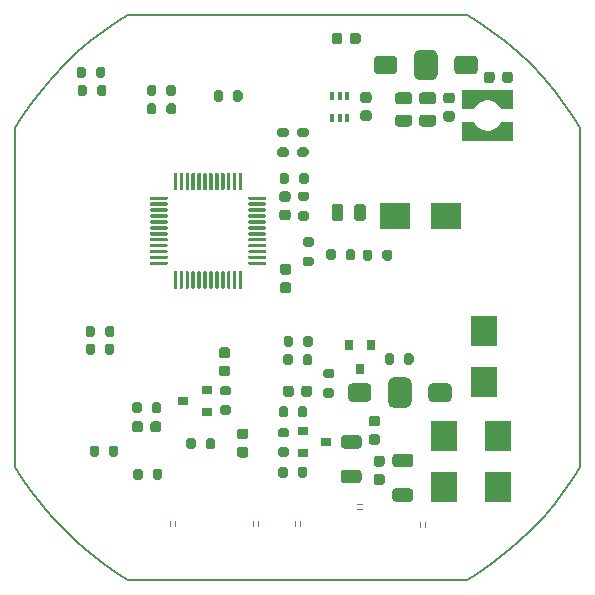
<source format=gbr>
G04 #@! TF.GenerationSoftware,KiCad,Pcbnew,5.1.12*
G04 #@! TF.CreationDate,2022-08-14T20:08:33+02:00*
G04 #@! TF.ProjectId,hec-base,6865632d-6261-4736-952e-6b696361645f,0001*
G04 #@! TF.SameCoordinates,PX4cec620PY8f8c0c0*
G04 #@! TF.FileFunction,Paste,Bot*
G04 #@! TF.FilePolarity,Positive*
%FSLAX46Y46*%
G04 Gerber Fmt 4.6, Leading zero omitted, Abs format (unit mm)*
G04 Created by KiCad (PCBNEW 5.1.12) date 2022-08-14 20:08:33*
%MOMM*%
%LPD*%
G01*
G04 APERTURE LIST*
G04 #@! TA.AperFunction,Profile*
%ADD10C,0.200000*%
G04 #@! TD*
%ADD11R,2.500000X2.300000*%
%ADD12R,0.900000X0.800000*%
%ADD13R,2.300000X2.500000*%
%ADD14C,0.100000*%
%ADD15R,0.400000X0.650000*%
%ADD16R,0.800000X0.900000*%
G04 APERTURE END LIST*
D10*
X47811560Y9541500D02*
X47811560Y38296900D01*
X47310460Y39114620D02*
X46483160Y40318400D01*
X9533860Y19200D02*
X38289260Y19200D01*
X512665Y8723800D02*
X1340000Y7520000D01*
X40310760Y46490760D02*
X39106960Y47318095D01*
X47310460Y8723800D02*
X47811560Y9541500D01*
X47811560Y38296900D02*
X47310460Y39114620D01*
X2229200Y41477230D02*
X1340000Y40318400D01*
X512665Y39114620D02*
X11566Y38296900D01*
X3177830Y42587930D02*
X2229200Y41477230D01*
X8716140Y520300D02*
X9533860Y19200D01*
X7512360Y46490760D02*
X6353530Y45601560D01*
X42580260Y44652930D02*
X41469560Y45601560D01*
X5242830Y3185500D02*
X6353530Y2236800D01*
X46483160Y40318400D02*
X45593960Y41477230D01*
X2229200Y6361200D02*
X3177830Y5250500D01*
X40310760Y1347600D02*
X41469560Y2236800D01*
X6353530Y45601560D02*
X5242830Y44652930D01*
X41469560Y45601560D02*
X40310760Y46490760D01*
X38289260Y19200D02*
X39106960Y520300D01*
X7512360Y1347600D02*
X8716140Y520300D01*
X45593960Y41477230D02*
X44645260Y42587930D01*
X46483160Y7520000D02*
X47310460Y8723800D01*
X3177830Y5250500D02*
X4183290Y4190900D01*
X1340000Y40318400D02*
X512665Y39114620D01*
X4183290Y43647470D02*
X3177830Y42587930D01*
X44645260Y42587930D02*
X43639860Y43647470D01*
X39106960Y520300D02*
X40310760Y1347600D01*
X44645260Y5250500D02*
X45593960Y6361200D01*
X41469560Y2236800D02*
X42580260Y3185500D01*
X4183290Y4190900D02*
X5242830Y3185500D01*
X8716140Y47318095D02*
X7512360Y46490760D01*
X43639860Y4190900D02*
X44645260Y5250500D01*
X42580260Y3185500D02*
X43639860Y4190900D01*
X11566Y9541500D02*
X512665Y8723800D01*
X43639860Y43647470D02*
X42580260Y44652930D01*
X45593960Y6361200D02*
X46483160Y7520000D01*
X5242830Y44652930D02*
X4183290Y43647470D01*
X39106960Y47318095D02*
X38289260Y47819194D01*
X6353530Y2236800D02*
X7512360Y1347600D01*
X38289260Y47819194D02*
X9533860Y47819194D01*
X11566Y38296900D02*
X11566Y9541500D01*
X9533860Y47819194D02*
X8716140Y47318095D01*
X1340000Y7520000D02*
X2229200Y6361200D01*
G04 #@! TO.C,FL203*
G36*
G01*
X35762440Y44391480D02*
X35762440Y42791480D01*
G75*
G02*
X35262440Y42291480I-500000J0D01*
G01*
X34262440Y42291480D01*
G75*
G02*
X33762440Y42791480I0J500000D01*
G01*
X33762440Y44391480D01*
G75*
G02*
X34262440Y44891480I500000J0D01*
G01*
X35262440Y44891480D01*
G75*
G02*
X35762440Y44391480I0J-500000D01*
G01*
G37*
G36*
G01*
X32362440Y44007480D02*
X32362440Y43175480D01*
G75*
G02*
X31978440Y42791480I-384000J0D01*
G01*
X30746440Y42791480D01*
G75*
G02*
X30362440Y43175480I0J384000D01*
G01*
X30362440Y44007480D01*
G75*
G02*
X30746440Y44391480I384000J0D01*
G01*
X31978440Y44391480D01*
G75*
G02*
X32362440Y44007480I0J-384000D01*
G01*
G37*
G36*
G01*
X39162440Y44007480D02*
X39162440Y43175480D01*
G75*
G02*
X38778440Y42791480I-384000J0D01*
G01*
X37546440Y42791480D01*
G75*
G02*
X37162440Y43175480I0J384000D01*
G01*
X37162440Y44007480D01*
G75*
G02*
X37546440Y44391480I384000J0D01*
G01*
X38778440Y44391480D01*
G75*
G02*
X39162440Y44007480I0J-384000D01*
G01*
G37*
G04 #@! TD*
G04 #@! TO.C,FL502*
G36*
G01*
X31562800Y15049600D02*
X31562800Y16649600D01*
G75*
G02*
X32062800Y17149600I500000J0D01*
G01*
X33062800Y17149600D01*
G75*
G02*
X33562800Y16649600I0J-500000D01*
G01*
X33562800Y15049600D01*
G75*
G02*
X33062800Y14549600I-500000J0D01*
G01*
X32062800Y14549600D01*
G75*
G02*
X31562800Y15049600I0J500000D01*
G01*
G37*
G36*
G01*
X34962800Y15433600D02*
X34962800Y16265600D01*
G75*
G02*
X35346800Y16649600I384000J0D01*
G01*
X36578800Y16649600D01*
G75*
G02*
X36962800Y16265600I0J-384000D01*
G01*
X36962800Y15433600D01*
G75*
G02*
X36578800Y15049600I-384000J0D01*
G01*
X35346800Y15049600D01*
G75*
G02*
X34962800Y15433600I0J384000D01*
G01*
G37*
G36*
G01*
X28162800Y15433600D02*
X28162800Y16265600D01*
G75*
G02*
X28546800Y16649600I384000J0D01*
G01*
X29778800Y16649600D01*
G75*
G02*
X30162800Y16265600I0J-384000D01*
G01*
X30162800Y15433600D01*
G75*
G02*
X29778800Y15049600I-384000J0D01*
G01*
X28546800Y15049600D01*
G75*
G02*
X28162800Y15433600I0J384000D01*
G01*
G37*
G04 #@! TD*
G04 #@! TO.C,R215*
G36*
G01*
X17596300Y41245200D02*
X17596300Y40695200D01*
G75*
G02*
X17396300Y40495200I-200000J0D01*
G01*
X16996300Y40495200D01*
G75*
G02*
X16796300Y40695200I0J200000D01*
G01*
X16796300Y41245200D01*
G75*
G02*
X16996300Y41445200I200000J0D01*
G01*
X17396300Y41445200D01*
G75*
G02*
X17596300Y41245200I0J-200000D01*
G01*
G37*
G36*
G01*
X19246300Y41245200D02*
X19246300Y40695200D01*
G75*
G02*
X19046300Y40495200I-200000J0D01*
G01*
X18646300Y40495200D01*
G75*
G02*
X18446300Y40695200I0J200000D01*
G01*
X18446300Y41245200D01*
G75*
G02*
X18646300Y41445200I200000J0D01*
G01*
X19046300Y41445200D01*
G75*
G02*
X19246300Y41245200I0J-200000D01*
G01*
G37*
G04 #@! TD*
G04 #@! TO.C,C201*
G36*
G01*
X27782100Y31577300D02*
X27782100Y30627300D01*
G75*
G02*
X27532100Y30377300I-250000J0D01*
G01*
X27032100Y30377300D01*
G75*
G02*
X26782100Y30627300I0J250000D01*
G01*
X26782100Y31577300D01*
G75*
G02*
X27032100Y31827300I250000J0D01*
G01*
X27532100Y31827300D01*
G75*
G02*
X27782100Y31577300I0J-250000D01*
G01*
G37*
G36*
G01*
X29682100Y31577300D02*
X29682100Y30627300D01*
G75*
G02*
X29432100Y30377300I-250000J0D01*
G01*
X28932100Y30377300D01*
G75*
G02*
X28682100Y30627300I0J250000D01*
G01*
X28682100Y31577300D01*
G75*
G02*
X28932100Y31827300I250000J0D01*
G01*
X29432100Y31827300D01*
G75*
G02*
X29682100Y31577300I0J-250000D01*
G01*
G37*
G04 #@! TD*
G04 #@! TO.C,C208*
G36*
G01*
X36978400Y40342700D02*
X36478400Y40342700D01*
G75*
G02*
X36253400Y40567700I0J225000D01*
G01*
X36253400Y41017700D01*
G75*
G02*
X36478400Y41242700I225000J0D01*
G01*
X36978400Y41242700D01*
G75*
G02*
X37203400Y41017700I0J-225000D01*
G01*
X37203400Y40567700D01*
G75*
G02*
X36978400Y40342700I-225000J0D01*
G01*
G37*
G36*
G01*
X36978400Y38792700D02*
X36478400Y38792700D01*
G75*
G02*
X36253400Y39017700I0J225000D01*
G01*
X36253400Y39467700D01*
G75*
G02*
X36478400Y39692700I225000J0D01*
G01*
X36978400Y39692700D01*
G75*
G02*
X37203400Y39467700I0J-225000D01*
G01*
X37203400Y39017700D01*
G75*
G02*
X36978400Y38792700I-225000J0D01*
G01*
G37*
G04 #@! TD*
G04 #@! TO.C,C209*
G36*
G01*
X35387300Y40277200D02*
X34437300Y40277200D01*
G75*
G02*
X34187300Y40527200I0J250000D01*
G01*
X34187300Y41027200D01*
G75*
G02*
X34437300Y41277200I250000J0D01*
G01*
X35387300Y41277200D01*
G75*
G02*
X35637300Y41027200I0J-250000D01*
G01*
X35637300Y40527200D01*
G75*
G02*
X35387300Y40277200I-250000J0D01*
G01*
G37*
G36*
G01*
X35387300Y38377200D02*
X34437300Y38377200D01*
G75*
G02*
X34187300Y38627200I0J250000D01*
G01*
X34187300Y39127200D01*
G75*
G02*
X34437300Y39377200I250000J0D01*
G01*
X35387300Y39377200D01*
G75*
G02*
X35637300Y39127200I0J-250000D01*
G01*
X35637300Y38627200D01*
G75*
G02*
X35387300Y38377200I-250000J0D01*
G01*
G37*
G04 #@! TD*
G04 #@! TO.C,C210*
G36*
G01*
X33355300Y40277200D02*
X32405300Y40277200D01*
G75*
G02*
X32155300Y40527200I0J250000D01*
G01*
X32155300Y41027200D01*
G75*
G02*
X32405300Y41277200I250000J0D01*
G01*
X33355300Y41277200D01*
G75*
G02*
X33605300Y41027200I0J-250000D01*
G01*
X33605300Y40527200D01*
G75*
G02*
X33355300Y40277200I-250000J0D01*
G01*
G37*
G36*
G01*
X33355300Y38377200D02*
X32405300Y38377200D01*
G75*
G02*
X32155300Y38627200I0J250000D01*
G01*
X32155300Y39127200D01*
G75*
G02*
X32405300Y39377200I250000J0D01*
G01*
X33355300Y39377200D01*
G75*
G02*
X33605300Y39127200I0J-250000D01*
G01*
X33605300Y38627200D01*
G75*
G02*
X33355300Y38377200I-250000J0D01*
G01*
G37*
G04 #@! TD*
G04 #@! TO.C,C211*
G36*
G01*
X40581700Y42795000D02*
X40581700Y42295000D01*
G75*
G02*
X40356700Y42070000I-225000J0D01*
G01*
X39906700Y42070000D01*
G75*
G02*
X39681700Y42295000I0J225000D01*
G01*
X39681700Y42795000D01*
G75*
G02*
X39906700Y43020000I225000J0D01*
G01*
X40356700Y43020000D01*
G75*
G02*
X40581700Y42795000I0J-225000D01*
G01*
G37*
G36*
G01*
X42131700Y42795000D02*
X42131700Y42295000D01*
G75*
G02*
X41906700Y42070000I-225000J0D01*
G01*
X41456700Y42070000D01*
G75*
G02*
X41231700Y42295000I0J225000D01*
G01*
X41231700Y42795000D01*
G75*
G02*
X41456700Y43020000I225000J0D01*
G01*
X41906700Y43020000D01*
G75*
G02*
X42131700Y42795000I0J-225000D01*
G01*
G37*
G04 #@! TD*
G04 #@! TO.C,C212*
G36*
G01*
X28341200Y45584300D02*
X28341200Y46084300D01*
G75*
G02*
X28566200Y46309300I225000J0D01*
G01*
X29016200Y46309300D01*
G75*
G02*
X29241200Y46084300I0J-225000D01*
G01*
X29241200Y45584300D01*
G75*
G02*
X29016200Y45359300I-225000J0D01*
G01*
X28566200Y45359300D01*
G75*
G02*
X28341200Y45584300I0J225000D01*
G01*
G37*
G36*
G01*
X26791200Y45584300D02*
X26791200Y46084300D01*
G75*
G02*
X27016200Y46309300I225000J0D01*
G01*
X27466200Y46309300D01*
G75*
G02*
X27691200Y46084300I0J-225000D01*
G01*
X27691200Y45584300D01*
G75*
G02*
X27466200Y45359300I-225000J0D01*
G01*
X27016200Y45359300D01*
G75*
G02*
X26791200Y45584300I0J225000D01*
G01*
G37*
G04 #@! TD*
G04 #@! TO.C,C213*
G36*
G01*
X29942600Y40393500D02*
X29442600Y40393500D01*
G75*
G02*
X29217600Y40618500I0J225000D01*
G01*
X29217600Y41068500D01*
G75*
G02*
X29442600Y41293500I225000J0D01*
G01*
X29942600Y41293500D01*
G75*
G02*
X30167600Y41068500I0J-225000D01*
G01*
X30167600Y40618500D01*
G75*
G02*
X29942600Y40393500I-225000J0D01*
G01*
G37*
G36*
G01*
X29942600Y38843500D02*
X29442600Y38843500D01*
G75*
G02*
X29217600Y39068500I0J225000D01*
G01*
X29217600Y39518500D01*
G75*
G02*
X29442600Y39743500I225000J0D01*
G01*
X29942600Y39743500D01*
G75*
G02*
X30167600Y39518500I0J-225000D01*
G01*
X30167600Y39068500D01*
G75*
G02*
X29942600Y38843500I-225000J0D01*
G01*
G37*
G04 #@! TD*
G04 #@! TO.C,C302*
G36*
G01*
X31060200Y9596000D02*
X30560200Y9596000D01*
G75*
G02*
X30335200Y9821000I0J225000D01*
G01*
X30335200Y10271000D01*
G75*
G02*
X30560200Y10496000I225000J0D01*
G01*
X31060200Y10496000D01*
G75*
G02*
X31285200Y10271000I0J-225000D01*
G01*
X31285200Y9821000D01*
G75*
G02*
X31060200Y9596000I-225000J0D01*
G01*
G37*
G36*
G01*
X31060200Y8046000D02*
X30560200Y8046000D01*
G75*
G02*
X30335200Y8271000I0J225000D01*
G01*
X30335200Y8721000D01*
G75*
G02*
X30560200Y8946000I225000J0D01*
G01*
X31060200Y8946000D01*
G75*
G02*
X31285200Y8721000I0J-225000D01*
G01*
X31285200Y8271000D01*
G75*
G02*
X31060200Y8046000I-225000J0D01*
G01*
G37*
G04 #@! TD*
G04 #@! TO.C,C303*
G36*
G01*
X11450200Y12704000D02*
X11450200Y13204000D01*
G75*
G02*
X11675200Y13429000I225000J0D01*
G01*
X12125200Y13429000D01*
G75*
G02*
X12350200Y13204000I0J-225000D01*
G01*
X12350200Y12704000D01*
G75*
G02*
X12125200Y12479000I-225000J0D01*
G01*
X11675200Y12479000D01*
G75*
G02*
X11450200Y12704000I0J225000D01*
G01*
G37*
G36*
G01*
X9900200Y12704000D02*
X9900200Y13204000D01*
G75*
G02*
X10125200Y13429000I225000J0D01*
G01*
X10575200Y13429000D01*
G75*
G02*
X10800200Y13204000I0J-225000D01*
G01*
X10800200Y12704000D01*
G75*
G02*
X10575200Y12479000I-225000J0D01*
G01*
X10125200Y12479000D01*
G75*
G02*
X9900200Y12704000I0J225000D01*
G01*
G37*
G04 #@! TD*
G04 #@! TO.C,C304*
G36*
G01*
X19503200Y11907400D02*
X19003200Y11907400D01*
G75*
G02*
X18778200Y12132400I0J225000D01*
G01*
X18778200Y12582400D01*
G75*
G02*
X19003200Y12807400I225000J0D01*
G01*
X19503200Y12807400D01*
G75*
G02*
X19728200Y12582400I0J-225000D01*
G01*
X19728200Y12132400D01*
G75*
G02*
X19503200Y11907400I-225000J0D01*
G01*
G37*
G36*
G01*
X19503200Y10357400D02*
X19003200Y10357400D01*
G75*
G02*
X18778200Y10582400I0J225000D01*
G01*
X18778200Y11032400D01*
G75*
G02*
X19003200Y11257400I225000J0D01*
G01*
X19503200Y11257400D01*
G75*
G02*
X19728200Y11032400I0J-225000D01*
G01*
X19728200Y10582400D01*
G75*
G02*
X19503200Y10357400I-225000J0D01*
G01*
G37*
G04 #@! TD*
G04 #@! TO.C,C305*
G36*
G01*
X30653800Y12986900D02*
X30153800Y12986900D01*
G75*
G02*
X29928800Y13211900I0J225000D01*
G01*
X29928800Y13661900D01*
G75*
G02*
X30153800Y13886900I225000J0D01*
G01*
X30653800Y13886900D01*
G75*
G02*
X30878800Y13661900I0J-225000D01*
G01*
X30878800Y13211900D01*
G75*
G02*
X30653800Y12986900I-225000J0D01*
G01*
G37*
G36*
G01*
X30653800Y11436900D02*
X30153800Y11436900D01*
G75*
G02*
X29928800Y11661900I0J225000D01*
G01*
X29928800Y12111900D01*
G75*
G02*
X30153800Y12336900I225000J0D01*
G01*
X30653800Y12336900D01*
G75*
G02*
X30878800Y12111900I0J-225000D01*
G01*
X30878800Y11661900D01*
G75*
G02*
X30653800Y11436900I-225000J0D01*
G01*
G37*
G04 #@! TD*
G04 #@! TO.C,C402*
G36*
G01*
X22635400Y25189300D02*
X23135400Y25189300D01*
G75*
G02*
X23360400Y24964300I0J-225000D01*
G01*
X23360400Y24514300D01*
G75*
G02*
X23135400Y24289300I-225000J0D01*
G01*
X22635400Y24289300D01*
G75*
G02*
X22410400Y24514300I0J225000D01*
G01*
X22410400Y24964300D01*
G75*
G02*
X22635400Y25189300I225000J0D01*
G01*
G37*
G36*
G01*
X22635400Y26739300D02*
X23135400Y26739300D01*
G75*
G02*
X23360400Y26514300I0J-225000D01*
G01*
X23360400Y26064300D01*
G75*
G02*
X23135400Y25839300I-225000J0D01*
G01*
X22635400Y25839300D01*
G75*
G02*
X22410400Y26064300I0J225000D01*
G01*
X22410400Y26514300D01*
G75*
G02*
X22635400Y26739300I225000J0D01*
G01*
G37*
G04 #@! TD*
G04 #@! TO.C,C403*
G36*
G01*
X23084600Y31986100D02*
X22584600Y31986100D01*
G75*
G02*
X22359600Y32211100I0J225000D01*
G01*
X22359600Y32661100D01*
G75*
G02*
X22584600Y32886100I225000J0D01*
G01*
X23084600Y32886100D01*
G75*
G02*
X23309600Y32661100I0J-225000D01*
G01*
X23309600Y32211100D01*
G75*
G02*
X23084600Y31986100I-225000J0D01*
G01*
G37*
G36*
G01*
X23084600Y30436100D02*
X22584600Y30436100D01*
G75*
G02*
X22359600Y30661100I0J225000D01*
G01*
X22359600Y31111100D01*
G75*
G02*
X22584600Y31336100I225000J0D01*
G01*
X23084600Y31336100D01*
G75*
G02*
X23309600Y31111100I0J-225000D01*
G01*
X23309600Y30661100D01*
G75*
G02*
X23084600Y30436100I-225000J0D01*
G01*
G37*
G04 #@! TD*
G04 #@! TO.C,C501*
G36*
G01*
X24226400Y15713900D02*
X24226400Y16213900D01*
G75*
G02*
X24451400Y16438900I225000J0D01*
G01*
X24901400Y16438900D01*
G75*
G02*
X25126400Y16213900I0J-225000D01*
G01*
X25126400Y15713900D01*
G75*
G02*
X24901400Y15488900I-225000J0D01*
G01*
X24451400Y15488900D01*
G75*
G02*
X24226400Y15713900I0J225000D01*
G01*
G37*
G36*
G01*
X22676400Y15713900D02*
X22676400Y16213900D01*
G75*
G02*
X22901400Y16438900I225000J0D01*
G01*
X23351400Y16438900D01*
G75*
G02*
X23576400Y16213900I0J-225000D01*
G01*
X23576400Y15713900D01*
G75*
G02*
X23351400Y15488900I-225000J0D01*
G01*
X22901400Y15488900D01*
G75*
G02*
X22676400Y15713900I0J225000D01*
G01*
G37*
G04 #@! TD*
G04 #@! TO.C,C504*
G36*
G01*
X17466500Y18128100D02*
X17966500Y18128100D01*
G75*
G02*
X18191500Y17903100I0J-225000D01*
G01*
X18191500Y17453100D01*
G75*
G02*
X17966500Y17228100I-225000J0D01*
G01*
X17466500Y17228100D01*
G75*
G02*
X17241500Y17453100I0J225000D01*
G01*
X17241500Y17903100D01*
G75*
G02*
X17466500Y18128100I225000J0D01*
G01*
G37*
G36*
G01*
X17466500Y19678100D02*
X17966500Y19678100D01*
G75*
G02*
X18191500Y19453100I0J-225000D01*
G01*
X18191500Y19003100D01*
G75*
G02*
X17966500Y18778100I-225000J0D01*
G01*
X17466500Y18778100D01*
G75*
G02*
X17241500Y19003100I0J225000D01*
G01*
X17241500Y19453100D01*
G75*
G02*
X17466500Y19678100I225000J0D01*
G01*
G37*
G04 #@! TD*
D11*
G04 #@! TO.C,D201*
X36490800Y30822900D03*
X32190800Y30822900D03*
G04 #@! TD*
D12*
G04 #@! TO.C,D302*
X26349200Y11684000D03*
X24349200Y12634000D03*
X24349200Y10734000D03*
G04 #@! TD*
D13*
G04 #@! TO.C,D303*
X40855900Y7870300D03*
X40855900Y12170300D03*
G04 #@! TD*
G04 #@! TO.C,D305*
X36271200Y12157600D03*
X36271200Y7857600D03*
G04 #@! TD*
G04 #@! TO.C,D502*
X39725600Y16747600D03*
X39725600Y21047600D03*
G04 #@! TD*
D14*
G04 #@! TO.C,E301*
G36*
X23846660Y4548182D02*
G01*
X23846660Y4548150D01*
X23671660Y4464850D01*
X23671660Y4631482D01*
X23846660Y4548182D01*
G37*
G36*
X23846660Y4878382D02*
G01*
X23846660Y4878350D01*
X23671660Y4795050D01*
X23671660Y4961682D01*
X23846660Y4878382D01*
G37*
G36*
X23846660Y4713282D02*
G01*
X23846660Y4713250D01*
X23671660Y4629950D01*
X23671660Y4796582D01*
X23846660Y4713282D01*
G37*
G36*
X24181940Y4631482D02*
G01*
X24181940Y4464850D01*
X24006940Y4548150D01*
X24006940Y4548182D01*
X24181940Y4631482D01*
G37*
G36*
X24181940Y4796582D02*
G01*
X24181940Y4629950D01*
X24006940Y4713250D01*
X24006940Y4713282D01*
X24181940Y4796582D01*
G37*
G36*
X24181940Y4961682D02*
G01*
X24181940Y4795050D01*
X24006940Y4878350D01*
X24006940Y4878382D01*
X24181940Y4961682D01*
G37*
G04 #@! TD*
G04 #@! TO.C,E302*
G36*
X29044916Y6262500D02*
G01*
X29044884Y6262500D01*
X28961584Y6437500D01*
X29128216Y6437500D01*
X29044916Y6262500D01*
G37*
G36*
X29375116Y6262500D02*
G01*
X29375084Y6262500D01*
X29291784Y6437500D01*
X29458416Y6437500D01*
X29375116Y6262500D01*
G37*
G36*
X29210016Y6262500D02*
G01*
X29209984Y6262500D01*
X29126684Y6437500D01*
X29293316Y6437500D01*
X29210016Y6262500D01*
G37*
G36*
X29128216Y5927220D02*
G01*
X28961584Y5927220D01*
X29044884Y6102220D01*
X29044916Y6102220D01*
X29128216Y5927220D01*
G37*
G36*
X29293316Y5927220D02*
G01*
X29126684Y5927220D01*
X29209984Y6102220D01*
X29210016Y6102220D01*
X29293316Y5927220D01*
G37*
G36*
X29458416Y5927220D02*
G01*
X29291784Y5927220D01*
X29375084Y6102220D01*
X29375116Y6102220D01*
X29458416Y5927220D01*
G37*
G04 #@! TD*
G04 #@! TO.C,E303*
G36*
X13280260Y4560882D02*
G01*
X13280260Y4560850D01*
X13105260Y4477550D01*
X13105260Y4644182D01*
X13280260Y4560882D01*
G37*
G36*
X13280260Y4891082D02*
G01*
X13280260Y4891050D01*
X13105260Y4807750D01*
X13105260Y4974382D01*
X13280260Y4891082D01*
G37*
G36*
X13280260Y4725982D02*
G01*
X13280260Y4725950D01*
X13105260Y4642650D01*
X13105260Y4809282D01*
X13280260Y4725982D01*
G37*
G36*
X13615540Y4644182D02*
G01*
X13615540Y4477550D01*
X13440540Y4560850D01*
X13440540Y4560882D01*
X13615540Y4644182D01*
G37*
G36*
X13615540Y4809282D02*
G01*
X13615540Y4642650D01*
X13440540Y4725950D01*
X13440540Y4725982D01*
X13615540Y4809282D01*
G37*
G36*
X13615540Y4974382D02*
G01*
X13615540Y4807750D01*
X13440540Y4891050D01*
X13440540Y4891082D01*
X13615540Y4974382D01*
G37*
G04 #@! TD*
G04 #@! TO.C,E304*
G36*
X20450940Y4887918D02*
G01*
X20450940Y4887950D01*
X20625940Y4971250D01*
X20625940Y4804618D01*
X20450940Y4887918D01*
G37*
G36*
X20450940Y4557718D02*
G01*
X20450940Y4557750D01*
X20625940Y4641050D01*
X20625940Y4474418D01*
X20450940Y4557718D01*
G37*
G36*
X20450940Y4722818D02*
G01*
X20450940Y4722850D01*
X20625940Y4806150D01*
X20625940Y4639518D01*
X20450940Y4722818D01*
G37*
G36*
X20115660Y4804618D02*
G01*
X20115660Y4971250D01*
X20290660Y4887950D01*
X20290660Y4887918D01*
X20115660Y4804618D01*
G37*
G36*
X20115660Y4639518D02*
G01*
X20115660Y4806150D01*
X20290660Y4722850D01*
X20290660Y4722818D01*
X20115660Y4639518D01*
G37*
G36*
X20115660Y4474418D02*
G01*
X20115660Y4641050D01*
X20290660Y4557750D01*
X20290660Y4557718D01*
X20115660Y4474418D01*
G37*
G04 #@! TD*
G04 #@! TO.C,E305*
G36*
X34624140Y4837118D02*
G01*
X34624140Y4837150D01*
X34799140Y4920450D01*
X34799140Y4753818D01*
X34624140Y4837118D01*
G37*
G36*
X34624140Y4506918D02*
G01*
X34624140Y4506950D01*
X34799140Y4590250D01*
X34799140Y4423618D01*
X34624140Y4506918D01*
G37*
G36*
X34624140Y4672018D02*
G01*
X34624140Y4672050D01*
X34799140Y4755350D01*
X34799140Y4588718D01*
X34624140Y4672018D01*
G37*
G36*
X34288860Y4753818D02*
G01*
X34288860Y4920450D01*
X34463860Y4837150D01*
X34463860Y4837118D01*
X34288860Y4753818D01*
G37*
G36*
X34288860Y4588718D02*
G01*
X34288860Y4755350D01*
X34463860Y4672050D01*
X34463860Y4672018D01*
X34288860Y4588718D01*
G37*
G36*
X34288860Y4423618D02*
G01*
X34288860Y4590250D01*
X34463860Y4506950D01*
X34463860Y4506918D01*
X34288860Y4423618D01*
G37*
G04 #@! TD*
G04 #@! TO.C,F301*
G36*
G01*
X27822999Y9310800D02*
X29073001Y9310800D01*
G75*
G02*
X29323000Y9060801I0J-249999D01*
G01*
X29323000Y8435799D01*
G75*
G02*
X29073001Y8185800I-249999J0D01*
G01*
X27822999Y8185800D01*
G75*
G02*
X27573000Y8435799I0J249999D01*
G01*
X27573000Y9060801D01*
G75*
G02*
X27822999Y9310800I249999J0D01*
G01*
G37*
G36*
G01*
X27822999Y12235800D02*
X29073001Y12235800D01*
G75*
G02*
X29323000Y11985801I0J-249999D01*
G01*
X29323000Y11360799D01*
G75*
G02*
X29073001Y11110800I-249999J0D01*
G01*
X27822999Y11110800D01*
G75*
G02*
X27573000Y11360799I0J249999D01*
G01*
X27573000Y11985801D01*
G75*
G02*
X27822999Y12235800I249999J0D01*
G01*
G37*
G04 #@! TD*
G04 #@! TO.C,F302*
G36*
G01*
X32191799Y7736000D02*
X33441801Y7736000D01*
G75*
G02*
X33691800Y7486001I0J-249999D01*
G01*
X33691800Y6860999D01*
G75*
G02*
X33441801Y6611000I-249999J0D01*
G01*
X32191799Y6611000D01*
G75*
G02*
X31941800Y6860999I0J249999D01*
G01*
X31941800Y7486001D01*
G75*
G02*
X32191799Y7736000I249999J0D01*
G01*
G37*
G36*
G01*
X32191799Y10661000D02*
X33441801Y10661000D01*
G75*
G02*
X33691800Y10411001I0J-249999D01*
G01*
X33691800Y9785999D01*
G75*
G02*
X33441801Y9536000I-249999J0D01*
G01*
X32191799Y9536000D01*
G75*
G02*
X31941800Y9785999I0J249999D01*
G01*
X31941800Y10411001D01*
G75*
G02*
X32191799Y10661000I249999J0D01*
G01*
G37*
G04 #@! TD*
D15*
G04 #@! TO.C,IC203*
X28107400Y40967700D03*
X26807400Y40967700D03*
X27457400Y39067700D03*
X27457400Y40967700D03*
X26807400Y39067700D03*
X28107400Y39067700D03*
G04 #@! TD*
G04 #@! TO.C,IC205*
G36*
G01*
X19219500Y34377900D02*
X19219500Y33052900D01*
G75*
G02*
X19144500Y32977900I-75000J0D01*
G01*
X18994500Y32977900D01*
G75*
G02*
X18919500Y33052900I0J75000D01*
G01*
X18919500Y34377900D01*
G75*
G02*
X18994500Y34452900I75000J0D01*
G01*
X19144500Y34452900D01*
G75*
G02*
X19219500Y34377900I0J-75000D01*
G01*
G37*
G36*
G01*
X18719500Y34377900D02*
X18719500Y33052900D01*
G75*
G02*
X18644500Y32977900I-75000J0D01*
G01*
X18494500Y32977900D01*
G75*
G02*
X18419500Y33052900I0J75000D01*
G01*
X18419500Y34377900D01*
G75*
G02*
X18494500Y34452900I75000J0D01*
G01*
X18644500Y34452900D01*
G75*
G02*
X18719500Y34377900I0J-75000D01*
G01*
G37*
G36*
G01*
X18219500Y34377900D02*
X18219500Y33052900D01*
G75*
G02*
X18144500Y32977900I-75000J0D01*
G01*
X17994500Y32977900D01*
G75*
G02*
X17919500Y33052900I0J75000D01*
G01*
X17919500Y34377900D01*
G75*
G02*
X17994500Y34452900I75000J0D01*
G01*
X18144500Y34452900D01*
G75*
G02*
X18219500Y34377900I0J-75000D01*
G01*
G37*
G36*
G01*
X17719500Y34377900D02*
X17719500Y33052900D01*
G75*
G02*
X17644500Y32977900I-75000J0D01*
G01*
X17494500Y32977900D01*
G75*
G02*
X17419500Y33052900I0J75000D01*
G01*
X17419500Y34377900D01*
G75*
G02*
X17494500Y34452900I75000J0D01*
G01*
X17644500Y34452900D01*
G75*
G02*
X17719500Y34377900I0J-75000D01*
G01*
G37*
G36*
G01*
X17219500Y34377900D02*
X17219500Y33052900D01*
G75*
G02*
X17144500Y32977900I-75000J0D01*
G01*
X16994500Y32977900D01*
G75*
G02*
X16919500Y33052900I0J75000D01*
G01*
X16919500Y34377900D01*
G75*
G02*
X16994500Y34452900I75000J0D01*
G01*
X17144500Y34452900D01*
G75*
G02*
X17219500Y34377900I0J-75000D01*
G01*
G37*
G36*
G01*
X16719500Y34377900D02*
X16719500Y33052900D01*
G75*
G02*
X16644500Y32977900I-75000J0D01*
G01*
X16494500Y32977900D01*
G75*
G02*
X16419500Y33052900I0J75000D01*
G01*
X16419500Y34377900D01*
G75*
G02*
X16494500Y34452900I75000J0D01*
G01*
X16644500Y34452900D01*
G75*
G02*
X16719500Y34377900I0J-75000D01*
G01*
G37*
G36*
G01*
X16219500Y34377900D02*
X16219500Y33052900D01*
G75*
G02*
X16144500Y32977900I-75000J0D01*
G01*
X15994500Y32977900D01*
G75*
G02*
X15919500Y33052900I0J75000D01*
G01*
X15919500Y34377900D01*
G75*
G02*
X15994500Y34452900I75000J0D01*
G01*
X16144500Y34452900D01*
G75*
G02*
X16219500Y34377900I0J-75000D01*
G01*
G37*
G36*
G01*
X15719500Y34377900D02*
X15719500Y33052900D01*
G75*
G02*
X15644500Y32977900I-75000J0D01*
G01*
X15494500Y32977900D01*
G75*
G02*
X15419500Y33052900I0J75000D01*
G01*
X15419500Y34377900D01*
G75*
G02*
X15494500Y34452900I75000J0D01*
G01*
X15644500Y34452900D01*
G75*
G02*
X15719500Y34377900I0J-75000D01*
G01*
G37*
G36*
G01*
X15219500Y34377900D02*
X15219500Y33052900D01*
G75*
G02*
X15144500Y32977900I-75000J0D01*
G01*
X14994500Y32977900D01*
G75*
G02*
X14919500Y33052900I0J75000D01*
G01*
X14919500Y34377900D01*
G75*
G02*
X14994500Y34452900I75000J0D01*
G01*
X15144500Y34452900D01*
G75*
G02*
X15219500Y34377900I0J-75000D01*
G01*
G37*
G36*
G01*
X14719500Y34377900D02*
X14719500Y33052900D01*
G75*
G02*
X14644500Y32977900I-75000J0D01*
G01*
X14494500Y32977900D01*
G75*
G02*
X14419500Y33052900I0J75000D01*
G01*
X14419500Y34377900D01*
G75*
G02*
X14494500Y34452900I75000J0D01*
G01*
X14644500Y34452900D01*
G75*
G02*
X14719500Y34377900I0J-75000D01*
G01*
G37*
G36*
G01*
X14219500Y34377900D02*
X14219500Y33052900D01*
G75*
G02*
X14144500Y32977900I-75000J0D01*
G01*
X13994500Y32977900D01*
G75*
G02*
X13919500Y33052900I0J75000D01*
G01*
X13919500Y34377900D01*
G75*
G02*
X13994500Y34452900I75000J0D01*
G01*
X14144500Y34452900D01*
G75*
G02*
X14219500Y34377900I0J-75000D01*
G01*
G37*
G36*
G01*
X13719500Y34377900D02*
X13719500Y33052900D01*
G75*
G02*
X13644500Y32977900I-75000J0D01*
G01*
X13494500Y32977900D01*
G75*
G02*
X13419500Y33052900I0J75000D01*
G01*
X13419500Y34377900D01*
G75*
G02*
X13494500Y34452900I75000J0D01*
G01*
X13644500Y34452900D01*
G75*
G02*
X13719500Y34377900I0J-75000D01*
G01*
G37*
G36*
G01*
X12894500Y32377900D02*
X12894500Y32227900D01*
G75*
G02*
X12819500Y32152900I-75000J0D01*
G01*
X11494500Y32152900D01*
G75*
G02*
X11419500Y32227900I0J75000D01*
G01*
X11419500Y32377900D01*
G75*
G02*
X11494500Y32452900I75000J0D01*
G01*
X12819500Y32452900D01*
G75*
G02*
X12894500Y32377900I0J-75000D01*
G01*
G37*
G36*
G01*
X12894500Y31877900D02*
X12894500Y31727900D01*
G75*
G02*
X12819500Y31652900I-75000J0D01*
G01*
X11494500Y31652900D01*
G75*
G02*
X11419500Y31727900I0J75000D01*
G01*
X11419500Y31877900D01*
G75*
G02*
X11494500Y31952900I75000J0D01*
G01*
X12819500Y31952900D01*
G75*
G02*
X12894500Y31877900I0J-75000D01*
G01*
G37*
G36*
G01*
X12894500Y31377900D02*
X12894500Y31227900D01*
G75*
G02*
X12819500Y31152900I-75000J0D01*
G01*
X11494500Y31152900D01*
G75*
G02*
X11419500Y31227900I0J75000D01*
G01*
X11419500Y31377900D01*
G75*
G02*
X11494500Y31452900I75000J0D01*
G01*
X12819500Y31452900D01*
G75*
G02*
X12894500Y31377900I0J-75000D01*
G01*
G37*
G36*
G01*
X12894500Y30877900D02*
X12894500Y30727900D01*
G75*
G02*
X12819500Y30652900I-75000J0D01*
G01*
X11494500Y30652900D01*
G75*
G02*
X11419500Y30727900I0J75000D01*
G01*
X11419500Y30877900D01*
G75*
G02*
X11494500Y30952900I75000J0D01*
G01*
X12819500Y30952900D01*
G75*
G02*
X12894500Y30877900I0J-75000D01*
G01*
G37*
G36*
G01*
X12894500Y30377900D02*
X12894500Y30227900D01*
G75*
G02*
X12819500Y30152900I-75000J0D01*
G01*
X11494500Y30152900D01*
G75*
G02*
X11419500Y30227900I0J75000D01*
G01*
X11419500Y30377900D01*
G75*
G02*
X11494500Y30452900I75000J0D01*
G01*
X12819500Y30452900D01*
G75*
G02*
X12894500Y30377900I0J-75000D01*
G01*
G37*
G36*
G01*
X12894500Y29877900D02*
X12894500Y29727900D01*
G75*
G02*
X12819500Y29652900I-75000J0D01*
G01*
X11494500Y29652900D01*
G75*
G02*
X11419500Y29727900I0J75000D01*
G01*
X11419500Y29877900D01*
G75*
G02*
X11494500Y29952900I75000J0D01*
G01*
X12819500Y29952900D01*
G75*
G02*
X12894500Y29877900I0J-75000D01*
G01*
G37*
G36*
G01*
X12894500Y29377900D02*
X12894500Y29227900D01*
G75*
G02*
X12819500Y29152900I-75000J0D01*
G01*
X11494500Y29152900D01*
G75*
G02*
X11419500Y29227900I0J75000D01*
G01*
X11419500Y29377900D01*
G75*
G02*
X11494500Y29452900I75000J0D01*
G01*
X12819500Y29452900D01*
G75*
G02*
X12894500Y29377900I0J-75000D01*
G01*
G37*
G36*
G01*
X12894500Y28877900D02*
X12894500Y28727900D01*
G75*
G02*
X12819500Y28652900I-75000J0D01*
G01*
X11494500Y28652900D01*
G75*
G02*
X11419500Y28727900I0J75000D01*
G01*
X11419500Y28877900D01*
G75*
G02*
X11494500Y28952900I75000J0D01*
G01*
X12819500Y28952900D01*
G75*
G02*
X12894500Y28877900I0J-75000D01*
G01*
G37*
G36*
G01*
X12894500Y28377900D02*
X12894500Y28227900D01*
G75*
G02*
X12819500Y28152900I-75000J0D01*
G01*
X11494500Y28152900D01*
G75*
G02*
X11419500Y28227900I0J75000D01*
G01*
X11419500Y28377900D01*
G75*
G02*
X11494500Y28452900I75000J0D01*
G01*
X12819500Y28452900D01*
G75*
G02*
X12894500Y28377900I0J-75000D01*
G01*
G37*
G36*
G01*
X12894500Y27877900D02*
X12894500Y27727900D01*
G75*
G02*
X12819500Y27652900I-75000J0D01*
G01*
X11494500Y27652900D01*
G75*
G02*
X11419500Y27727900I0J75000D01*
G01*
X11419500Y27877900D01*
G75*
G02*
X11494500Y27952900I75000J0D01*
G01*
X12819500Y27952900D01*
G75*
G02*
X12894500Y27877900I0J-75000D01*
G01*
G37*
G36*
G01*
X12894500Y27377900D02*
X12894500Y27227900D01*
G75*
G02*
X12819500Y27152900I-75000J0D01*
G01*
X11494500Y27152900D01*
G75*
G02*
X11419500Y27227900I0J75000D01*
G01*
X11419500Y27377900D01*
G75*
G02*
X11494500Y27452900I75000J0D01*
G01*
X12819500Y27452900D01*
G75*
G02*
X12894500Y27377900I0J-75000D01*
G01*
G37*
G36*
G01*
X12894500Y26877900D02*
X12894500Y26727900D01*
G75*
G02*
X12819500Y26652900I-75000J0D01*
G01*
X11494500Y26652900D01*
G75*
G02*
X11419500Y26727900I0J75000D01*
G01*
X11419500Y26877900D01*
G75*
G02*
X11494500Y26952900I75000J0D01*
G01*
X12819500Y26952900D01*
G75*
G02*
X12894500Y26877900I0J-75000D01*
G01*
G37*
G36*
G01*
X13719500Y26052900D02*
X13719500Y24727900D01*
G75*
G02*
X13644500Y24652900I-75000J0D01*
G01*
X13494500Y24652900D01*
G75*
G02*
X13419500Y24727900I0J75000D01*
G01*
X13419500Y26052900D01*
G75*
G02*
X13494500Y26127900I75000J0D01*
G01*
X13644500Y26127900D01*
G75*
G02*
X13719500Y26052900I0J-75000D01*
G01*
G37*
G36*
G01*
X14219500Y26052900D02*
X14219500Y24727900D01*
G75*
G02*
X14144500Y24652900I-75000J0D01*
G01*
X13994500Y24652900D01*
G75*
G02*
X13919500Y24727900I0J75000D01*
G01*
X13919500Y26052900D01*
G75*
G02*
X13994500Y26127900I75000J0D01*
G01*
X14144500Y26127900D01*
G75*
G02*
X14219500Y26052900I0J-75000D01*
G01*
G37*
G36*
G01*
X14719500Y26052900D02*
X14719500Y24727900D01*
G75*
G02*
X14644500Y24652900I-75000J0D01*
G01*
X14494500Y24652900D01*
G75*
G02*
X14419500Y24727900I0J75000D01*
G01*
X14419500Y26052900D01*
G75*
G02*
X14494500Y26127900I75000J0D01*
G01*
X14644500Y26127900D01*
G75*
G02*
X14719500Y26052900I0J-75000D01*
G01*
G37*
G36*
G01*
X15219500Y26052900D02*
X15219500Y24727900D01*
G75*
G02*
X15144500Y24652900I-75000J0D01*
G01*
X14994500Y24652900D01*
G75*
G02*
X14919500Y24727900I0J75000D01*
G01*
X14919500Y26052900D01*
G75*
G02*
X14994500Y26127900I75000J0D01*
G01*
X15144500Y26127900D01*
G75*
G02*
X15219500Y26052900I0J-75000D01*
G01*
G37*
G36*
G01*
X15719500Y26052900D02*
X15719500Y24727900D01*
G75*
G02*
X15644500Y24652900I-75000J0D01*
G01*
X15494500Y24652900D01*
G75*
G02*
X15419500Y24727900I0J75000D01*
G01*
X15419500Y26052900D01*
G75*
G02*
X15494500Y26127900I75000J0D01*
G01*
X15644500Y26127900D01*
G75*
G02*
X15719500Y26052900I0J-75000D01*
G01*
G37*
G36*
G01*
X16219500Y26052900D02*
X16219500Y24727900D01*
G75*
G02*
X16144500Y24652900I-75000J0D01*
G01*
X15994500Y24652900D01*
G75*
G02*
X15919500Y24727900I0J75000D01*
G01*
X15919500Y26052900D01*
G75*
G02*
X15994500Y26127900I75000J0D01*
G01*
X16144500Y26127900D01*
G75*
G02*
X16219500Y26052900I0J-75000D01*
G01*
G37*
G36*
G01*
X16719500Y26052900D02*
X16719500Y24727900D01*
G75*
G02*
X16644500Y24652900I-75000J0D01*
G01*
X16494500Y24652900D01*
G75*
G02*
X16419500Y24727900I0J75000D01*
G01*
X16419500Y26052900D01*
G75*
G02*
X16494500Y26127900I75000J0D01*
G01*
X16644500Y26127900D01*
G75*
G02*
X16719500Y26052900I0J-75000D01*
G01*
G37*
G36*
G01*
X17219500Y26052900D02*
X17219500Y24727900D01*
G75*
G02*
X17144500Y24652900I-75000J0D01*
G01*
X16994500Y24652900D01*
G75*
G02*
X16919500Y24727900I0J75000D01*
G01*
X16919500Y26052900D01*
G75*
G02*
X16994500Y26127900I75000J0D01*
G01*
X17144500Y26127900D01*
G75*
G02*
X17219500Y26052900I0J-75000D01*
G01*
G37*
G36*
G01*
X17719500Y26052900D02*
X17719500Y24727900D01*
G75*
G02*
X17644500Y24652900I-75000J0D01*
G01*
X17494500Y24652900D01*
G75*
G02*
X17419500Y24727900I0J75000D01*
G01*
X17419500Y26052900D01*
G75*
G02*
X17494500Y26127900I75000J0D01*
G01*
X17644500Y26127900D01*
G75*
G02*
X17719500Y26052900I0J-75000D01*
G01*
G37*
G36*
G01*
X18219500Y26052900D02*
X18219500Y24727900D01*
G75*
G02*
X18144500Y24652900I-75000J0D01*
G01*
X17994500Y24652900D01*
G75*
G02*
X17919500Y24727900I0J75000D01*
G01*
X17919500Y26052900D01*
G75*
G02*
X17994500Y26127900I75000J0D01*
G01*
X18144500Y26127900D01*
G75*
G02*
X18219500Y26052900I0J-75000D01*
G01*
G37*
G36*
G01*
X18719500Y26052900D02*
X18719500Y24727900D01*
G75*
G02*
X18644500Y24652900I-75000J0D01*
G01*
X18494500Y24652900D01*
G75*
G02*
X18419500Y24727900I0J75000D01*
G01*
X18419500Y26052900D01*
G75*
G02*
X18494500Y26127900I75000J0D01*
G01*
X18644500Y26127900D01*
G75*
G02*
X18719500Y26052900I0J-75000D01*
G01*
G37*
G36*
G01*
X19219500Y26052900D02*
X19219500Y24727900D01*
G75*
G02*
X19144500Y24652900I-75000J0D01*
G01*
X18994500Y24652900D01*
G75*
G02*
X18919500Y24727900I0J75000D01*
G01*
X18919500Y26052900D01*
G75*
G02*
X18994500Y26127900I75000J0D01*
G01*
X19144500Y26127900D01*
G75*
G02*
X19219500Y26052900I0J-75000D01*
G01*
G37*
G36*
G01*
X21219500Y26877900D02*
X21219500Y26727900D01*
G75*
G02*
X21144500Y26652900I-75000J0D01*
G01*
X19819500Y26652900D01*
G75*
G02*
X19744500Y26727900I0J75000D01*
G01*
X19744500Y26877900D01*
G75*
G02*
X19819500Y26952900I75000J0D01*
G01*
X21144500Y26952900D01*
G75*
G02*
X21219500Y26877900I0J-75000D01*
G01*
G37*
G36*
G01*
X21219500Y27377900D02*
X21219500Y27227900D01*
G75*
G02*
X21144500Y27152900I-75000J0D01*
G01*
X19819500Y27152900D01*
G75*
G02*
X19744500Y27227900I0J75000D01*
G01*
X19744500Y27377900D01*
G75*
G02*
X19819500Y27452900I75000J0D01*
G01*
X21144500Y27452900D01*
G75*
G02*
X21219500Y27377900I0J-75000D01*
G01*
G37*
G36*
G01*
X21219500Y27877900D02*
X21219500Y27727900D01*
G75*
G02*
X21144500Y27652900I-75000J0D01*
G01*
X19819500Y27652900D01*
G75*
G02*
X19744500Y27727900I0J75000D01*
G01*
X19744500Y27877900D01*
G75*
G02*
X19819500Y27952900I75000J0D01*
G01*
X21144500Y27952900D01*
G75*
G02*
X21219500Y27877900I0J-75000D01*
G01*
G37*
G36*
G01*
X21219500Y28377900D02*
X21219500Y28227900D01*
G75*
G02*
X21144500Y28152900I-75000J0D01*
G01*
X19819500Y28152900D01*
G75*
G02*
X19744500Y28227900I0J75000D01*
G01*
X19744500Y28377900D01*
G75*
G02*
X19819500Y28452900I75000J0D01*
G01*
X21144500Y28452900D01*
G75*
G02*
X21219500Y28377900I0J-75000D01*
G01*
G37*
G36*
G01*
X21219500Y28877900D02*
X21219500Y28727900D01*
G75*
G02*
X21144500Y28652900I-75000J0D01*
G01*
X19819500Y28652900D01*
G75*
G02*
X19744500Y28727900I0J75000D01*
G01*
X19744500Y28877900D01*
G75*
G02*
X19819500Y28952900I75000J0D01*
G01*
X21144500Y28952900D01*
G75*
G02*
X21219500Y28877900I0J-75000D01*
G01*
G37*
G36*
G01*
X21219500Y29377900D02*
X21219500Y29227900D01*
G75*
G02*
X21144500Y29152900I-75000J0D01*
G01*
X19819500Y29152900D01*
G75*
G02*
X19744500Y29227900I0J75000D01*
G01*
X19744500Y29377900D01*
G75*
G02*
X19819500Y29452900I75000J0D01*
G01*
X21144500Y29452900D01*
G75*
G02*
X21219500Y29377900I0J-75000D01*
G01*
G37*
G36*
G01*
X21219500Y29877900D02*
X21219500Y29727900D01*
G75*
G02*
X21144500Y29652900I-75000J0D01*
G01*
X19819500Y29652900D01*
G75*
G02*
X19744500Y29727900I0J75000D01*
G01*
X19744500Y29877900D01*
G75*
G02*
X19819500Y29952900I75000J0D01*
G01*
X21144500Y29952900D01*
G75*
G02*
X21219500Y29877900I0J-75000D01*
G01*
G37*
G36*
G01*
X21219500Y30377900D02*
X21219500Y30227900D01*
G75*
G02*
X21144500Y30152900I-75000J0D01*
G01*
X19819500Y30152900D01*
G75*
G02*
X19744500Y30227900I0J75000D01*
G01*
X19744500Y30377900D01*
G75*
G02*
X19819500Y30452900I75000J0D01*
G01*
X21144500Y30452900D01*
G75*
G02*
X21219500Y30377900I0J-75000D01*
G01*
G37*
G36*
G01*
X21219500Y30877900D02*
X21219500Y30727900D01*
G75*
G02*
X21144500Y30652900I-75000J0D01*
G01*
X19819500Y30652900D01*
G75*
G02*
X19744500Y30727900I0J75000D01*
G01*
X19744500Y30877900D01*
G75*
G02*
X19819500Y30952900I75000J0D01*
G01*
X21144500Y30952900D01*
G75*
G02*
X21219500Y30877900I0J-75000D01*
G01*
G37*
G36*
G01*
X21219500Y31377900D02*
X21219500Y31227900D01*
G75*
G02*
X21144500Y31152900I-75000J0D01*
G01*
X19819500Y31152900D01*
G75*
G02*
X19744500Y31227900I0J75000D01*
G01*
X19744500Y31377900D01*
G75*
G02*
X19819500Y31452900I75000J0D01*
G01*
X21144500Y31452900D01*
G75*
G02*
X21219500Y31377900I0J-75000D01*
G01*
G37*
G36*
G01*
X21219500Y31877900D02*
X21219500Y31727900D01*
G75*
G02*
X21144500Y31652900I-75000J0D01*
G01*
X19819500Y31652900D01*
G75*
G02*
X19744500Y31727900I0J75000D01*
G01*
X19744500Y31877900D01*
G75*
G02*
X19819500Y31952900I75000J0D01*
G01*
X21144500Y31952900D01*
G75*
G02*
X21219500Y31877900I0J-75000D01*
G01*
G37*
G36*
G01*
X21219500Y32377900D02*
X21219500Y32227900D01*
G75*
G02*
X21144500Y32152900I-75000J0D01*
G01*
X19819500Y32152900D01*
G75*
G02*
X19744500Y32227900I0J75000D01*
G01*
X19744500Y32377900D01*
G75*
G02*
X19819500Y32452900I75000J0D01*
G01*
X21144500Y32452900D01*
G75*
G02*
X21219500Y32377900I0J-75000D01*
G01*
G37*
G04 #@! TD*
D14*
G04 #@! TO.C,L202*
G36*
X42142300Y39871800D02*
G01*
X41170222Y39871800D01*
X41056878Y40067905D01*
X40911217Y40241361D01*
X40737659Y40386901D01*
X40541474Y40500107D01*
X40328618Y40577543D01*
X40105552Y40616858D01*
X39879048Y40616858D01*
X39655982Y40577543D01*
X39443126Y40500107D01*
X39246941Y40386901D01*
X39073383Y40241361D01*
X38927722Y40067905D01*
X38814378Y39871800D01*
X37842300Y39871800D01*
X37842300Y41471800D01*
X42142300Y41471800D01*
X42142300Y39871800D01*
G37*
G36*
X38927722Y38575695D02*
G01*
X39073383Y38402239D01*
X39246941Y38256699D01*
X39443126Y38143493D01*
X39655982Y38066057D01*
X39879048Y38026742D01*
X40105552Y38026742D01*
X40328618Y38066057D01*
X40541474Y38143493D01*
X40737659Y38256699D01*
X40911217Y38402239D01*
X41056878Y38575695D01*
X41170222Y38771800D01*
X42142300Y38771800D01*
X42142300Y37171800D01*
X37842300Y37171800D01*
X37842300Y38771800D01*
X38814378Y38771800D01*
X38927722Y38575695D01*
G37*
G04 #@! TD*
D12*
G04 #@! TO.C,T502*
X14198600Y15151100D03*
X16198600Y14201100D03*
X16198600Y16101100D03*
G04 #@! TD*
G04 #@! TO.C,R203*
G36*
G01*
X30245500Y27770500D02*
X30245500Y27220500D01*
G75*
G02*
X30045500Y27020500I-200000J0D01*
G01*
X29645500Y27020500D01*
G75*
G02*
X29445500Y27220500I0J200000D01*
G01*
X29445500Y27770500D01*
G75*
G02*
X29645500Y27970500I200000J0D01*
G01*
X30045500Y27970500D01*
G75*
G02*
X30245500Y27770500I0J-200000D01*
G01*
G37*
G36*
G01*
X31895500Y27770500D02*
X31895500Y27220500D01*
G75*
G02*
X31695500Y27020500I-200000J0D01*
G01*
X31295500Y27020500D01*
G75*
G02*
X31095500Y27220500I0J200000D01*
G01*
X31095500Y27770500D01*
G75*
G02*
X31295500Y27970500I200000J0D01*
G01*
X31695500Y27970500D01*
G75*
G02*
X31895500Y27770500I0J-200000D01*
G01*
G37*
G04 #@! TD*
G04 #@! TO.C,R204*
G36*
G01*
X27984000Y27245900D02*
X27984000Y27795900D01*
G75*
G02*
X28184000Y27995900I200000J0D01*
G01*
X28584000Y27995900D01*
G75*
G02*
X28784000Y27795900I0J-200000D01*
G01*
X28784000Y27245900D01*
G75*
G02*
X28584000Y27045900I-200000J0D01*
G01*
X28184000Y27045900D01*
G75*
G02*
X27984000Y27245900I0J200000D01*
G01*
G37*
G36*
G01*
X26334000Y27245900D02*
X26334000Y27795900D01*
G75*
G02*
X26534000Y27995900I200000J0D01*
G01*
X26934000Y27995900D01*
G75*
G02*
X27134000Y27795900I0J-200000D01*
G01*
X27134000Y27245900D01*
G75*
G02*
X26934000Y27045900I-200000J0D01*
G01*
X26534000Y27045900D01*
G75*
G02*
X26334000Y27245900I0J200000D01*
G01*
G37*
G04 #@! TD*
G04 #@! TO.C,R210*
G36*
G01*
X24540800Y27357520D02*
X25090800Y27357520D01*
G75*
G02*
X25290800Y27157520I0J-200000D01*
G01*
X25290800Y26757520D01*
G75*
G02*
X25090800Y26557520I-200000J0D01*
G01*
X24540800Y26557520D01*
G75*
G02*
X24340800Y26757520I0J200000D01*
G01*
X24340800Y27157520D01*
G75*
G02*
X24540800Y27357520I200000J0D01*
G01*
G37*
G36*
G01*
X24540800Y29007520D02*
X25090800Y29007520D01*
G75*
G02*
X25290800Y28807520I0J-200000D01*
G01*
X25290800Y28407520D01*
G75*
G02*
X25090800Y28207520I-200000J0D01*
G01*
X24540800Y28207520D01*
G75*
G02*
X24340800Y28407520I0J200000D01*
G01*
X24340800Y28807520D01*
G75*
G02*
X24540800Y29007520I200000J0D01*
G01*
G37*
G04 #@! TD*
G04 #@! TO.C,R213*
G36*
G01*
X24083600Y36620900D02*
X24633600Y36620900D01*
G75*
G02*
X24833600Y36420900I0J-200000D01*
G01*
X24833600Y36020900D01*
G75*
G02*
X24633600Y35820900I-200000J0D01*
G01*
X24083600Y35820900D01*
G75*
G02*
X23883600Y36020900I0J200000D01*
G01*
X23883600Y36420900D01*
G75*
G02*
X24083600Y36620900I200000J0D01*
G01*
G37*
G36*
G01*
X24083600Y38270900D02*
X24633600Y38270900D01*
G75*
G02*
X24833600Y38070900I0J-200000D01*
G01*
X24833600Y37670900D01*
G75*
G02*
X24633600Y37470900I-200000J0D01*
G01*
X24083600Y37470900D01*
G75*
G02*
X23883600Y37670900I0J200000D01*
G01*
X23883600Y38070900D01*
G75*
G02*
X24083600Y38270900I200000J0D01*
G01*
G37*
G04 #@! TD*
G04 #@! TO.C,R214*
G36*
G01*
X22944500Y37470900D02*
X22394500Y37470900D01*
G75*
G02*
X22194500Y37670900I0J200000D01*
G01*
X22194500Y38070900D01*
G75*
G02*
X22394500Y38270900I200000J0D01*
G01*
X22944500Y38270900D01*
G75*
G02*
X23144500Y38070900I0J-200000D01*
G01*
X23144500Y37670900D01*
G75*
G02*
X22944500Y37470900I-200000J0D01*
G01*
G37*
G36*
G01*
X22944500Y35820900D02*
X22394500Y35820900D01*
G75*
G02*
X22194500Y36020900I0J200000D01*
G01*
X22194500Y36420900D01*
G75*
G02*
X22394500Y36620900I200000J0D01*
G01*
X22944500Y36620900D01*
G75*
G02*
X23144500Y36420900I0J-200000D01*
G01*
X23144500Y36020900D01*
G75*
G02*
X22944500Y35820900I-200000J0D01*
G01*
G37*
G04 #@! TD*
G04 #@! TO.C,R303*
G36*
G01*
X16134400Y11256600D02*
X16134400Y11806600D01*
G75*
G02*
X16334400Y12006600I200000J0D01*
G01*
X16734400Y12006600D01*
G75*
G02*
X16934400Y11806600I0J-200000D01*
G01*
X16934400Y11256600D01*
G75*
G02*
X16734400Y11056600I-200000J0D01*
G01*
X16334400Y11056600D01*
G75*
G02*
X16134400Y11256600I0J200000D01*
G01*
G37*
G36*
G01*
X14484400Y11256600D02*
X14484400Y11806600D01*
G75*
G02*
X14684400Y12006600I200000J0D01*
G01*
X15084400Y12006600D01*
G75*
G02*
X15284400Y11806600I0J-200000D01*
G01*
X15284400Y11256600D01*
G75*
G02*
X15084400Y11056600I-200000J0D01*
G01*
X14684400Y11056600D01*
G75*
G02*
X14484400Y11256600I0J200000D01*
G01*
G37*
G04 #@! TD*
G04 #@! TO.C,R304*
G36*
G01*
X23945400Y13949000D02*
X23945400Y14499000D01*
G75*
G02*
X24145400Y14699000I200000J0D01*
G01*
X24545400Y14699000D01*
G75*
G02*
X24745400Y14499000I0J-200000D01*
G01*
X24745400Y13949000D01*
G75*
G02*
X24545400Y13749000I-200000J0D01*
G01*
X24145400Y13749000D01*
G75*
G02*
X23945400Y13949000I0J200000D01*
G01*
G37*
G36*
G01*
X22295400Y13949000D02*
X22295400Y14499000D01*
G75*
G02*
X22495400Y14699000I200000J0D01*
G01*
X22895400Y14699000D01*
G75*
G02*
X23095400Y14499000I0J-200000D01*
G01*
X23095400Y13949000D01*
G75*
G02*
X22895400Y13749000I-200000J0D01*
G01*
X22495400Y13749000D01*
G75*
G02*
X22295400Y13949000I0J200000D01*
G01*
G37*
G04 #@! TD*
G04 #@! TO.C,R306*
G36*
G01*
X22982600Y12058200D02*
X22432600Y12058200D01*
G75*
G02*
X22232600Y12258200I0J200000D01*
G01*
X22232600Y12658200D01*
G75*
G02*
X22432600Y12858200I200000J0D01*
G01*
X22982600Y12858200D01*
G75*
G02*
X23182600Y12658200I0J-200000D01*
G01*
X23182600Y12258200D01*
G75*
G02*
X22982600Y12058200I-200000J0D01*
G01*
G37*
G36*
G01*
X22982600Y10408200D02*
X22432600Y10408200D01*
G75*
G02*
X22232600Y10608200I0J200000D01*
G01*
X22232600Y11008200D01*
G75*
G02*
X22432600Y11208200I200000J0D01*
G01*
X22982600Y11208200D01*
G75*
G02*
X23182600Y11008200I0J-200000D01*
G01*
X23182600Y10608200D01*
G75*
G02*
X22982600Y10408200I-200000J0D01*
G01*
G37*
G04 #@! TD*
G04 #@! TO.C,R307*
G36*
G01*
X23932700Y8843600D02*
X23932700Y9393600D01*
G75*
G02*
X24132700Y9593600I200000J0D01*
G01*
X24532700Y9593600D01*
G75*
G02*
X24732700Y9393600I0J-200000D01*
G01*
X24732700Y8843600D01*
G75*
G02*
X24532700Y8643600I-200000J0D01*
G01*
X24132700Y8643600D01*
G75*
G02*
X23932700Y8843600I0J200000D01*
G01*
G37*
G36*
G01*
X22282700Y8843600D02*
X22282700Y9393600D01*
G75*
G02*
X22482700Y9593600I200000J0D01*
G01*
X22882700Y9593600D01*
G75*
G02*
X23082700Y9393600I0J-200000D01*
G01*
X23082700Y8843600D01*
G75*
G02*
X22882700Y8643600I-200000J0D01*
G01*
X22482700Y8643600D01*
G75*
G02*
X22282700Y8843600I0J200000D01*
G01*
G37*
G04 #@! TD*
G04 #@! TO.C,R308*
G36*
G01*
X11651800Y8665800D02*
X11651800Y9215800D01*
G75*
G02*
X11851800Y9415800I200000J0D01*
G01*
X12251800Y9415800D01*
G75*
G02*
X12451800Y9215800I0J-200000D01*
G01*
X12451800Y8665800D01*
G75*
G02*
X12251800Y8465800I-200000J0D01*
G01*
X11851800Y8465800D01*
G75*
G02*
X11651800Y8665800I0J200000D01*
G01*
G37*
G36*
G01*
X10001800Y8665800D02*
X10001800Y9215800D01*
G75*
G02*
X10201800Y9415800I200000J0D01*
G01*
X10601800Y9415800D01*
G75*
G02*
X10801800Y9215800I0J-200000D01*
G01*
X10801800Y8665800D01*
G75*
G02*
X10601800Y8465800I-200000J0D01*
G01*
X10201800Y8465800D01*
G75*
G02*
X10001800Y8665800I0J200000D01*
G01*
G37*
G04 #@! TD*
G04 #@! TO.C,R401*
G36*
G01*
X6927400Y41152400D02*
X6927400Y41702400D01*
G75*
G02*
X7127400Y41902400I200000J0D01*
G01*
X7527400Y41902400D01*
G75*
G02*
X7727400Y41702400I0J-200000D01*
G01*
X7727400Y41152400D01*
G75*
G02*
X7527400Y40952400I-200000J0D01*
G01*
X7127400Y40952400D01*
G75*
G02*
X6927400Y41152400I0J200000D01*
G01*
G37*
G36*
G01*
X5277400Y41152400D02*
X5277400Y41702400D01*
G75*
G02*
X5477400Y41902400I200000J0D01*
G01*
X5877400Y41902400D01*
G75*
G02*
X6077400Y41702400I0J-200000D01*
G01*
X6077400Y41152400D01*
G75*
G02*
X5877400Y40952400I-200000J0D01*
G01*
X5477400Y40952400D01*
G75*
G02*
X5277400Y41152400I0J200000D01*
G01*
G37*
G04 #@! TD*
G04 #@! TO.C,R402*
G36*
G01*
X6838500Y42701800D02*
X6838500Y43251800D01*
G75*
G02*
X7038500Y43451800I200000J0D01*
G01*
X7438500Y43451800D01*
G75*
G02*
X7638500Y43251800I0J-200000D01*
G01*
X7638500Y42701800D01*
G75*
G02*
X7438500Y42501800I-200000J0D01*
G01*
X7038500Y42501800D01*
G75*
G02*
X6838500Y42701800I0J200000D01*
G01*
G37*
G36*
G01*
X5188500Y42701800D02*
X5188500Y43251800D01*
G75*
G02*
X5388500Y43451800I200000J0D01*
G01*
X5788500Y43451800D01*
G75*
G02*
X5988500Y43251800I0J-200000D01*
G01*
X5988500Y42701800D01*
G75*
G02*
X5788500Y42501800I-200000J0D01*
G01*
X5388500Y42501800D01*
G75*
G02*
X5188500Y42701800I0J200000D01*
G01*
G37*
G04 #@! TD*
G04 #@! TO.C,R403*
G36*
G01*
X11957500Y40153000D02*
X11957500Y39603000D01*
G75*
G02*
X11757500Y39403000I-200000J0D01*
G01*
X11357500Y39403000D01*
G75*
G02*
X11157500Y39603000I0J200000D01*
G01*
X11157500Y40153000D01*
G75*
G02*
X11357500Y40353000I200000J0D01*
G01*
X11757500Y40353000D01*
G75*
G02*
X11957500Y40153000I0J-200000D01*
G01*
G37*
G36*
G01*
X13607500Y40153000D02*
X13607500Y39603000D01*
G75*
G02*
X13407500Y39403000I-200000J0D01*
G01*
X13007500Y39403000D01*
G75*
G02*
X12807500Y39603000I0J200000D01*
G01*
X12807500Y40153000D01*
G75*
G02*
X13007500Y40353000I200000J0D01*
G01*
X13407500Y40353000D01*
G75*
G02*
X13607500Y40153000I0J-200000D01*
G01*
G37*
G04 #@! TD*
G04 #@! TO.C,R404*
G36*
G01*
X11957500Y41727800D02*
X11957500Y41177800D01*
G75*
G02*
X11757500Y40977800I-200000J0D01*
G01*
X11357500Y40977800D01*
G75*
G02*
X11157500Y41177800I0J200000D01*
G01*
X11157500Y41727800D01*
G75*
G02*
X11357500Y41927800I200000J0D01*
G01*
X11757500Y41927800D01*
G75*
G02*
X11957500Y41727800I0J-200000D01*
G01*
G37*
G36*
G01*
X13607500Y41727800D02*
X13607500Y41177800D01*
G75*
G02*
X13407500Y40977800I-200000J0D01*
G01*
X13007500Y40977800D01*
G75*
G02*
X12807500Y41177800I0J200000D01*
G01*
X12807500Y41727800D01*
G75*
G02*
X13007500Y41927800I200000J0D01*
G01*
X13407500Y41927800D01*
G75*
G02*
X13607500Y41727800I0J-200000D01*
G01*
G37*
G04 #@! TD*
G04 #@! TO.C,R405*
G36*
G01*
X7093400Y11171600D02*
X7093400Y10621600D01*
G75*
G02*
X6893400Y10421600I-200000J0D01*
G01*
X6493400Y10421600D01*
G75*
G02*
X6293400Y10621600I0J200000D01*
G01*
X6293400Y11171600D01*
G75*
G02*
X6493400Y11371600I200000J0D01*
G01*
X6893400Y11371600D01*
G75*
G02*
X7093400Y11171600I0J-200000D01*
G01*
G37*
G36*
G01*
X8743400Y11171600D02*
X8743400Y10621600D01*
G75*
G02*
X8543400Y10421600I-200000J0D01*
G01*
X8143400Y10421600D01*
G75*
G02*
X7943400Y10621600I0J200000D01*
G01*
X7943400Y11171600D01*
G75*
G02*
X8143400Y11371600I200000J0D01*
G01*
X8543400Y11371600D01*
G75*
G02*
X8743400Y11171600I0J-200000D01*
G01*
G37*
G04 #@! TD*
G04 #@! TO.C,R406*
G36*
G01*
X6750500Y21293500D02*
X6750500Y20743500D01*
G75*
G02*
X6550500Y20543500I-200000J0D01*
G01*
X6150500Y20543500D01*
G75*
G02*
X5950500Y20743500I0J200000D01*
G01*
X5950500Y21293500D01*
G75*
G02*
X6150500Y21493500I200000J0D01*
G01*
X6550500Y21493500D01*
G75*
G02*
X6750500Y21293500I0J-200000D01*
G01*
G37*
G36*
G01*
X8400500Y21293500D02*
X8400500Y20743500D01*
G75*
G02*
X8200500Y20543500I-200000J0D01*
G01*
X7800500Y20543500D01*
G75*
G02*
X7600500Y20743500I0J200000D01*
G01*
X7600500Y21293500D01*
G75*
G02*
X7800500Y21493500I200000J0D01*
G01*
X8200500Y21493500D01*
G75*
G02*
X8400500Y21293500I0J-200000D01*
G01*
G37*
G04 #@! TD*
G04 #@! TO.C,R407*
G36*
G01*
X6750500Y19807600D02*
X6750500Y19257600D01*
G75*
G02*
X6550500Y19057600I-200000J0D01*
G01*
X6150500Y19057600D01*
G75*
G02*
X5950500Y19257600I0J200000D01*
G01*
X5950500Y19807600D01*
G75*
G02*
X6150500Y20007600I200000J0D01*
G01*
X6550500Y20007600D01*
G75*
G02*
X6750500Y19807600I0J-200000D01*
G01*
G37*
G36*
G01*
X8400500Y19807600D02*
X8400500Y19257600D01*
G75*
G02*
X8200500Y19057600I-200000J0D01*
G01*
X7800500Y19057600D01*
G75*
G02*
X7600500Y19257600I0J200000D01*
G01*
X7600500Y19807600D01*
G75*
G02*
X7800500Y20007600I200000J0D01*
G01*
X8200500Y20007600D01*
G75*
G02*
X8400500Y19807600I0J-200000D01*
G01*
G37*
G04 #@! TD*
G04 #@! TO.C,R408*
G36*
G01*
X10712900Y14841900D02*
X10712900Y14291900D01*
G75*
G02*
X10512900Y14091900I-200000J0D01*
G01*
X10112900Y14091900D01*
G75*
G02*
X9912900Y14291900I0J200000D01*
G01*
X9912900Y14841900D01*
G75*
G02*
X10112900Y15041900I200000J0D01*
G01*
X10512900Y15041900D01*
G75*
G02*
X10712900Y14841900I0J-200000D01*
G01*
G37*
G36*
G01*
X12362900Y14841900D02*
X12362900Y14291900D01*
G75*
G02*
X12162900Y14091900I-200000J0D01*
G01*
X11762900Y14091900D01*
G75*
G02*
X11562900Y14291900I0J200000D01*
G01*
X11562900Y14841900D01*
G75*
G02*
X11762900Y15041900I200000J0D01*
G01*
X12162900Y15041900D01*
G75*
G02*
X12362900Y14841900I0J-200000D01*
G01*
G37*
G04 #@! TD*
G04 #@! TO.C,R409*
G36*
G01*
X24684400Y32073400D02*
X24134400Y32073400D01*
G75*
G02*
X23934400Y32273400I0J200000D01*
G01*
X23934400Y32673400D01*
G75*
G02*
X24134400Y32873400I200000J0D01*
G01*
X24684400Y32873400D01*
G75*
G02*
X24884400Y32673400I0J-200000D01*
G01*
X24884400Y32273400D01*
G75*
G02*
X24684400Y32073400I-200000J0D01*
G01*
G37*
G36*
G01*
X24684400Y30423400D02*
X24134400Y30423400D01*
G75*
G02*
X23934400Y30623400I0J200000D01*
G01*
X23934400Y31023400D01*
G75*
G02*
X24134400Y31223400I200000J0D01*
G01*
X24684400Y31223400D01*
G75*
G02*
X24884400Y31023400I0J-200000D01*
G01*
X24884400Y30623400D01*
G75*
G02*
X24684400Y30423400I-200000J0D01*
G01*
G37*
G04 #@! TD*
G04 #@! TO.C,R410*
G36*
G01*
X24034300Y33710200D02*
X24034300Y34260200D01*
G75*
G02*
X24234300Y34460200I200000J0D01*
G01*
X24634300Y34460200D01*
G75*
G02*
X24834300Y34260200I0J-200000D01*
G01*
X24834300Y33710200D01*
G75*
G02*
X24634300Y33510200I-200000J0D01*
G01*
X24234300Y33510200D01*
G75*
G02*
X24034300Y33710200I0J200000D01*
G01*
G37*
G36*
G01*
X22384300Y33710200D02*
X22384300Y34260200D01*
G75*
G02*
X22584300Y34460200I200000J0D01*
G01*
X22984300Y34460200D01*
G75*
G02*
X23184300Y34260200I0J-200000D01*
G01*
X23184300Y33710200D01*
G75*
G02*
X22984300Y33510200I-200000J0D01*
G01*
X22584300Y33510200D01*
G75*
G02*
X22384300Y33710200I0J200000D01*
G01*
G37*
G04 #@! TD*
G04 #@! TO.C,R501*
G36*
G01*
X32921760Y18419400D02*
X32921760Y18969400D01*
G75*
G02*
X33121760Y19169400I200000J0D01*
G01*
X33521760Y19169400D01*
G75*
G02*
X33721760Y18969400I0J-200000D01*
G01*
X33721760Y18419400D01*
G75*
G02*
X33521760Y18219400I-200000J0D01*
G01*
X33121760Y18219400D01*
G75*
G02*
X32921760Y18419400I0J200000D01*
G01*
G37*
G36*
G01*
X31271760Y18419400D02*
X31271760Y18969400D01*
G75*
G02*
X31471760Y19169400I200000J0D01*
G01*
X31871760Y19169400D01*
G75*
G02*
X32071760Y18969400I0J-200000D01*
G01*
X32071760Y18419400D01*
G75*
G02*
X31871760Y18219400I-200000J0D01*
G01*
X31471760Y18219400D01*
G75*
G02*
X31271760Y18419400I0J200000D01*
G01*
G37*
G04 #@! TD*
G04 #@! TO.C,R503*
G36*
G01*
X26830700Y17074700D02*
X26280700Y17074700D01*
G75*
G02*
X26080700Y17274700I0J200000D01*
G01*
X26080700Y17674700D01*
G75*
G02*
X26280700Y17874700I200000J0D01*
G01*
X26830700Y17874700D01*
G75*
G02*
X27030700Y17674700I0J-200000D01*
G01*
X27030700Y17274700D01*
G75*
G02*
X26830700Y17074700I-200000J0D01*
G01*
G37*
G36*
G01*
X26830700Y15424700D02*
X26280700Y15424700D01*
G75*
G02*
X26080700Y15624700I0J200000D01*
G01*
X26080700Y16024700D01*
G75*
G02*
X26280700Y16224700I200000J0D01*
G01*
X26830700Y16224700D01*
G75*
G02*
X27030700Y16024700I0J-200000D01*
G01*
X27030700Y15624700D01*
G75*
G02*
X26830700Y15424700I-200000J0D01*
G01*
G37*
G04 #@! TD*
G04 #@! TO.C,R504*
G36*
G01*
X24346720Y18353360D02*
X24346720Y18903360D01*
G75*
G02*
X24546720Y19103360I200000J0D01*
G01*
X24946720Y19103360D01*
G75*
G02*
X25146720Y18903360I0J-200000D01*
G01*
X25146720Y18353360D01*
G75*
G02*
X24946720Y18153360I-200000J0D01*
G01*
X24546720Y18153360D01*
G75*
G02*
X24346720Y18353360I0J200000D01*
G01*
G37*
G36*
G01*
X22696720Y18353360D02*
X22696720Y18903360D01*
G75*
G02*
X22896720Y19103360I200000J0D01*
G01*
X23296720Y19103360D01*
G75*
G02*
X23496720Y18903360I0J-200000D01*
G01*
X23496720Y18353360D01*
G75*
G02*
X23296720Y18153360I-200000J0D01*
G01*
X22896720Y18153360D01*
G75*
G02*
X22696720Y18353360I0J200000D01*
G01*
G37*
G04 #@! TD*
G04 #@! TO.C,R505*
G36*
G01*
X24372120Y19923080D02*
X24372120Y20473080D01*
G75*
G02*
X24572120Y20673080I200000J0D01*
G01*
X24972120Y20673080D01*
G75*
G02*
X25172120Y20473080I0J-200000D01*
G01*
X25172120Y19923080D01*
G75*
G02*
X24972120Y19723080I-200000J0D01*
G01*
X24572120Y19723080D01*
G75*
G02*
X24372120Y19923080I0J200000D01*
G01*
G37*
G36*
G01*
X22722120Y19923080D02*
X22722120Y20473080D01*
G75*
G02*
X22922120Y20673080I200000J0D01*
G01*
X23322120Y20673080D01*
G75*
G02*
X23522120Y20473080I0J-200000D01*
G01*
X23522120Y19923080D01*
G75*
G02*
X23322120Y19723080I-200000J0D01*
G01*
X22922120Y19723080D01*
G75*
G02*
X22722120Y19923080I0J200000D01*
G01*
G37*
G04 #@! TD*
G04 #@! TO.C,R506*
G36*
G01*
X17530400Y14776900D02*
X18080400Y14776900D01*
G75*
G02*
X18280400Y14576900I0J-200000D01*
G01*
X18280400Y14176900D01*
G75*
G02*
X18080400Y13976900I-200000J0D01*
G01*
X17530400Y13976900D01*
G75*
G02*
X17330400Y14176900I0J200000D01*
G01*
X17330400Y14576900D01*
G75*
G02*
X17530400Y14776900I200000J0D01*
G01*
G37*
G36*
G01*
X17530400Y16426900D02*
X18080400Y16426900D01*
G75*
G02*
X18280400Y16226900I0J-200000D01*
G01*
X18280400Y15826900D01*
G75*
G02*
X18080400Y15626900I-200000J0D01*
G01*
X17530400Y15626900D01*
G75*
G02*
X17330400Y15826900I0J200000D01*
G01*
X17330400Y16226900D01*
G75*
G02*
X17530400Y16426900I200000J0D01*
G01*
G37*
G04 #@! TD*
D16*
G04 #@! TO.C,T501*
X29210000Y17846800D03*
X30160000Y19846800D03*
X28260000Y19846800D03*
G04 #@! TD*
M02*

</source>
